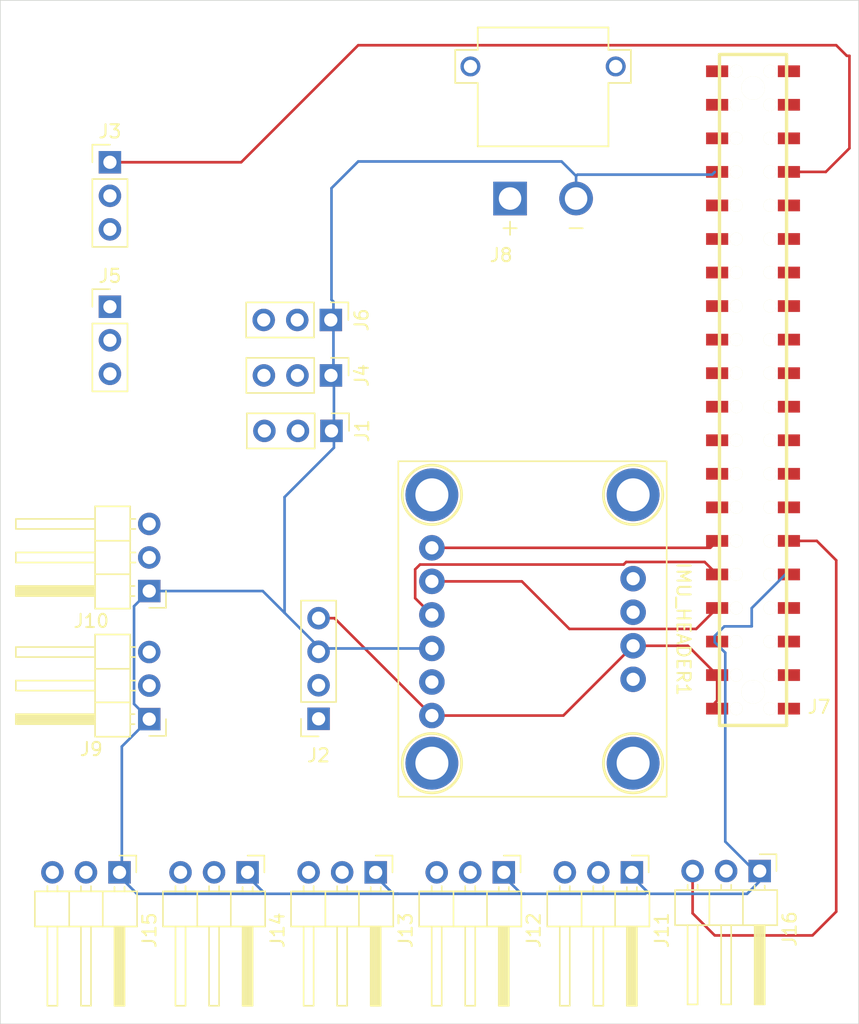
<source format=kicad_pcb>
(kicad_pcb (version 20240108) (generator "pcbnew") (generator_version "8.0")
  (layers (0 "F.Cu" signal) (31 "B.Cu" signal) (34 "B.Paste" user) (35 "F.Paste" user) (36 "B.SilkS" user "B.Silkscreen") (37 "F.SilkS" user "F.Silkscreen") (38 "B.Mask" user) (39 "F.Mask" user) (44 "Edge.Cuts" user))
  (net 0 "")
  (net 1 "/GND")
  (net 2 "/PWM2")
  (net 3 "/3.3VPWR")
  (net 4 "/SCL")
  (net 5 "/SDA")
  (net 6 "/PWR")
  (net 8 "/PWM1")
  (net 10 "/PWM3")
  (net 13 "/PWM0")
  (net 14 "/PWM4")
  (net 15 "/S119")
  (net 17 "/S221")
  (net 20 "/S323")
  (net 21 "/S431")
  (net 23 "/E37")
  (net 26 "/PIN5")
  (net 27 "/B36")
  (net 30 "/PIN17")
  (net 32 "/RST")
  (net 39 "/TX08")
  (net 43 "/RX10")
  (footprint "Connector_PinHeader_2.54mm:PinHeader_1x03_P2.54mm_Horizontal" (layer "F.Cu") (at 138.625 116.025 -90)
    (property "Reference" "J12" (at 4.385 -2.27 90) (layer "F.SilkS"))
    (property "Value" "Conn_01x03_Pin")
    (pad "1" thru_hole rect (at 0 0 270) (size 1.7 1.7) (drill 1) (layers "*.Cu" "*.Mask") (net 1 "/GND"))
    (pad "2" thru_hole oval (at 0 2.54 270) (size 1.7 1.7) (drill 1) (layers "*.Cu" "*.Mask"))
    (pad "3" thru_hole oval (at 0 5.08 270) (size 1.7 1.7) (drill 1) (layers "*.Cu" "*.Mask") (net 21 "/S431"))
  )
  (footprint "Connector_PinHeader_2.54mm:PinHeader_1x03_P2.54mm_Vertical" (layer "F.Cu") (at 108.8 73.2)
    (property "Reference" "J5" (at 0 -2.33 0) (layer "F.SilkS"))
    (property "Value" "Conn_01x03_Pin")
    (pad "1" thru_hole rect (at 0 0) (size 1.7 1.7) (drill 1) (layers "*.Cu" "*.Mask") (net 13 "/PWM0"))
    (pad "2" thru_hole oval (at 0 2.54) (size 1.7 1.7) (drill 1) (layers "*.Cu" "*.Mask"))
    (pad "3" thru_hole oval (at 0 5.08) (size 1.7 1.7) (drill 1) (layers "*.Cu" "*.Mask"))
  )
  (footprint "Connector_PinHeader_2.54mm:PinHeader_1x03_P2.54mm_Horizontal" (layer "F.Cu") (at 128.925 116.025 -90)
    (property "Reference" "J13" (at 4.385 -2.27 90) (layer "F.SilkS"))
    (property "Value" "Conn_01x03_Pin")
    (pad "1" thru_hole rect (at 0 0 270) (size 1.7 1.7) (drill 1) (layers "*.Cu" "*.Mask") (net 1 "/GND"))
    (pad "2" thru_hole oval (at 0 2.54 270) (size 1.7 1.7) (drill 1) (layers "*.Cu" "*.Mask"))
    (pad "3" thru_hole oval (at 0 5.08 270) (size 1.7 1.7) (drill 1) (layers "*.Cu" "*.Mask") (net 23 "/E37"))
  )
  (footprint "Connector_PinHeader_2.54mm:PinHeader_1x03_P2.54mm_Vertical" (layer "F.Cu") (at 108.8 62.26)
    (property "Reference" "J3" (at 0 -2.33 0) (layer "F.SilkS"))
    (property "Value" "Conn_01x03_Pin")
    (pad "1" thru_hole rect (at 0 0) (size 1.7 1.7) (drill 1) (layers "*.Cu" "*.Mask") (net 8 "/PWM1"))
    (pad "2" thru_hole oval (at 0 2.54) (size 1.7 1.7) (drill 1) (layers "*.Cu" "*.Mask"))
    (pad "3" thru_hole oval (at 0 5.08) (size 1.7 1.7) (drill 1) (layers "*.Cu" "*.Mask"))
  )
  (footprint "RPi_HatSamtec_HLE-120-02-XXX-DV-BE-XX-XX:Samtec_HLE-120-02-XXX-DV-BE-XX-XX" (layer "F.Cu") (at 157.5 79.5 180)
    (property "Reference" "J7" (at -5 -24 360) (layer "F.SilkS"))
    (property "Value" "RPi_GPIO")
    (pad "" np_thru_hole circle (at -1.27 -24.13 90) (size 0.9652 0.9652) (drill 0.9652) (layers "*.Cu" "*.Mask" "F.SilkS"))
    (pad "" np_thru_hole circle (at -1.27 -21.59 90) (size 0.9652 0.9652) (drill 0.9652) (layers "*.Cu" "*.Mask" "F.SilkS"))
    (pad "" np_thru_hole circle (at -1.27 -19.05 90) (size 0.9652 0.9652) (drill 0.9652) (layers "*.Cu" "*.Mask" "F.SilkS"))
    (pad "" np_thru_hole circle (at -1.27 -16.51 90) (size 0.9652 0.9652) (drill 0.9652) (layers "*.Cu" "*.Mask" "F.SilkS"))
    (pad "" np_thru_hole circle (at -1.27 -13.97 90) (size 0.9652 0.9652) (drill 0.9652) (layers "*.Cu" "*.Mask" "F.SilkS"))
    (pad "" np_thru_hole circle (at -1.27 -11.43 90) (size 0.9652 0.9652) (drill 0.9652) (layers "*.Cu" "*.Mask" "F.SilkS"))
    (pad "" np_thru_hole circle (at -1.27 -8.89 90) (size 0.9652 0.9652) (drill 0.9652) (layers "*.Cu" "*.Mask" "F.SilkS"))
    (pad "" np_thru_hole circle (at -1.27 -6.35 90) (size 0.9652 0.9652) (drill 0.9652) (layers "*.Cu" "*.Mask" "F.SilkS"))
    (pad "" np_thru_hole circle (at -1.27 -3.81 90) (size 0.9652 0.9652) (drill 0.9652) (layers "*.Cu" "*.Mask" "F.SilkS"))
    (pad "" np_thru_hole circle (at -1.27 -1.27 90) (size 0.9652 0.9652) (drill 0.9652) (layers "*.Cu" "*.Mask" "F.SilkS"))
    (pad "" np_thru_hole circle (at -1.27 1.27 90) (size 0.9652 0.9652) (drill 0.9652) (layers "*.Cu" "*.Mask" "F.SilkS"))
    (pad "" np_thru_hole circle (at -1.27 3.81 90) (size 0.9652 0.9652) (drill 0.9652) (layers "*.Cu" "*.Mask" "F.SilkS"))
    (pad "" np_thru_hole circle (at -1.27 6.35 90) (size 0.9652 0.9652) (drill 0.9652) (layers "*.Cu" "*.Mask" "F.SilkS"))
    (pad "" np_thru_hole circle (at -1.27 8.89 90) (size 0.9652 0.9652) (drill 0.9652) (layers "*.Cu" "*.Mask" "F.SilkS"))
    (pad "" np_thru_hole circle (at -1.27 11.43 90) (size 0.9652 0.9652) (drill 0.9652) (layers "*.Cu" "*.Mask" "F.SilkS"))
    (pad "" np_thru_hole circle (at -1.27 13.97 90) (size 0.9652 0.9652) (drill 0.9652) (layers "*.Cu" "*.Mask" "F.SilkS"))
    (pad "" np_thru_hole circle (at -1.27 16.51 90) (size 0.9652 0.9652) (drill 0.9652) (layers "*.Cu" "*.Mask" "F.SilkS"))
    (pad "" np_thru_hole circle (at -1.27 19.05 90) (size 0.9652 0.9652) (drill 0.9652) (layers "*.Cu" "*.Mask" "F.SilkS"))
    (pad "" np_thru_hole circle (at -1.27 21.59 90) (size 0.9652 0.9652) (drill 0.9652) (layers "*.Cu" "*.Mask" "F.SilkS"))
    (pad "" np_thru_hole circle (at -1.27 24.13 90) (size 0.9652 0.9652) (drill 0.9652) (layers "*.Cu" "*.Mask" "F.SilkS"))
    (pad "" np_thru_hole circle (at 0 -22.86 90) (size 1.778 1.778) (drill 1.778) (layers "*.Cu" "*.Mask" "F.SilkS"))
    (pad "" np_thru_hole circle (at 0 22.86 90) (size 1.778 1.778) (drill 1.778) (layers "*.Cu" "*.Mask" "F.SilkS"))
    (pad "" np_thru_hole circle (at 1.27 -24.13 90) (size 0.9652 0.9652) (drill 0.9652) (layers "*.Cu" "*.Mask" "F.SilkS"))
    (pad "" np_thru_hole circle (at 1.27 -21.59 90) (size 0.9652 0.9652) (drill 0.9652) (layers "*.Cu" "*.Mask" "F.SilkS"))
    (pad "" np_thru_hole circle (at 1.27 -19.05 90) (size 0.9652 0.9652) (drill 0.9652) (layers "*.Cu" "*.Mask" "F.SilkS"))
    (pad "" np_thru_hole circle (at 1.27 -16.51 90) (size 0.9652 0.9652) (drill 0.9652) (layers "*.Cu" "*.Mask" "F.SilkS"))
    (pad "" np_thru_hole circle (at 1.27 -13.97 90) (size 0.9652 0.9652) (drill 0.9652) (layers "*.Cu" "*.Mask" "F.SilkS"))
    (pad "" np_thru_hole circle (at 1.27 -11.43 90) (size 0.9652 0.9652) (drill 0.9652) (layers "*.Cu" "*.Mask" "F.SilkS"))
    (pad "" np_thru_hole circle (at 1.27 -8.89 90) (size 0.9652 0.9652) (drill 0.9652) (layers "*.Cu" "*.Mask" "F.SilkS"))
    (pad "" np_thru_hole circle (at 1.27 -6.35 90) (size 0.9652 0.9652) (drill 0.9652) (layers "*.Cu" "*.Mask" "F.SilkS"))
    (pad "" np_thru_hole circle (at 1.27 -3.81 90) (size 0.9652 0.9652) (drill 0.9652) (layers "*.Cu" "*.Mask" "F.SilkS"))
    (pad "" np_thru_hole circle (at 1.27 -1.27 90) (size 0.9652 0.9652) (drill 0.9652) (layers "*.Cu" "*.Mask" "F.SilkS"))
    (pad "" np_thru_hole circle (at 1.27 1.27 90) (size 0.9652 0.9652) (drill 0.9652) (layers "*.Cu" "*.Mask" "F.SilkS"))
    (pad "" np_thru_hole circle (at 1.27 3.81 90) (size 0.9652 0.9652) (drill 0.9652) (layers "*.Cu" "*.Mask" "F.SilkS"))
    (pad "" np_thru_hole circle (at 1.27 6.35 90) (size 0.9652 0.9652) (drill 0.9652) (layers "*.Cu" "*.Mask" "F.SilkS"))
    (pad "" np_thru_hole circle (at 1.27 8.89 90) (size 0.9652 0.9652) (drill 0.9652) (layers "*.Cu" "*.Mask" "F.SilkS"))
    (pad "" np_thru_hole circle (at 1.27 11.43 90) (size 0.9652 0.9652) (drill 0.9652) (layers "*.Cu" "*.Mask" "F.SilkS"))
    (pad "" np_thru_hole circle (at 1.27 13.97 90) (size 0.9652 0.9652) (drill 0.9652) (layers "*.Cu" "*.Mask" "F.SilkS"))
    (pad "" np_thru_hole circle (at 1.27 16.51 90) (size 0.9652 0.9652) (drill 0.9652) (layers "*.Cu" "*.Mask" "F.SilkS"))
    (pad "" np_thru_hole circle (at 1.27 19.05 90) (size 0.9652 0.9652) (drill 0.9652) (layers "*.Cu" "*.Mask" "F.SilkS"))
    (pad "" np_thru_hole circle (at 1.27 21.59 90) (size 0.9652 0.9652) (drill 0.9652) (layers "*.Cu" "*.Mask" "F.SilkS"))
    (pad "" np_thru_hole circle (at 1.27 24.13 90) (size 0.9652 0.9652) (drill 0.9652) (layers "*.Cu" "*.Mask" "F.SilkS"))
    (pad "1" smd rect (at -2.7178 -24.13 270) (size 0.889 1.6764) (layers "F.Cu" "F.Paste" "F.Mask") (net 3 "/3.3VPWR"))
    (pad "2" smd rect (at 2.7178 -24.13 270) (size 0.889 1.6764) (layers "F.Cu" "F.Paste" "F.Mask") (net 6 "/PWR"))
    (pad "3" smd rect (at -2.7178 -21.59 270) (size 0.889 1.6764) (layers "F.Cu" "F.Paste" "F.Mask") (net 5 "/SDA"))
    (pad "4" smd rect (at 2.7178 -21.59 270) (size 0.889 1.6764) (layers "F.Cu" "F.Paste" "F.Mask") (net 6 "/PWR"))
    (pad "5" smd rect (at -2.7178 -19.05 270) (size 0.889 1.6764) (layers "F.Cu" "F.Paste" "F.Mask") (net 4 "/SCL"))
    (pad "6" smd rect (at 2.7178 -19.05 270) (size 0.889 1.6764) (layers "F.Cu" "F.Paste" "F.Mask") (net 1 "/GND"))
    (pad "7" smd rect (at -2.7178 -16.51 270) (size 0.889 1.6764) (layers "F.Cu" "F.Paste" "F.Mask"))
    (pad "8" smd rect (at 2.7178 -16.51 270) (size 0.889 1.6764) (layers "F.Cu" "F.Paste" "F.Mask") (net 39 "/TX08"))
    (pad "9" smd rect (at -2.7178 -13.97 270) (size 0.889 1.6764) (layers "F.Cu" "F.Paste" "F.Mask") (net 1 "/GND"))
    (pad "10" smd rect (at 2.7178 -13.97 270) (size 0.889 1.6764) (layers "F.Cu" "F.Paste" "F.Mask") (net 43 "/RX10"))
    (pad "11" smd rect (at -2.7178 -11.43 270) (size 0.889 1.6764) (layers "F.Cu" "F.Paste" "F.Mask") (net 30 "/PIN17"))
    (pad "12" smd rect (at 2.7178 -11.43 270) (size 0.889 1.6764) (layers "F.Cu" "F.Paste" "F.Mask") (net 32 "/RST"))
    (pad "13" smd rect (at -2.7178 -8.89 270) (size 0.889 1.6764) (layers "F.Cu" "F.Paste" "F.Mask"))
    (pad "14" smd rect (at 2.7178 -8.89 270) (size 0.889 1.6764) (layers "F.Cu" "F.Paste" "F.Mask"))
    (pad "15" smd rect (at -2.7178 -6.35 270) (size 0.889 1.6764) (layers "F.Cu" "F.Paste" "F.Mask"))
    (pad "16" smd rect (at 2.7178 -6.35 270) (size 0.889 1.6764) (layers "F.Cu" "F.Paste" "F.Mask") (net 2 "/PWM2"))
    (pad "17" smd rect (at -2.7178 -3.81 270) (size 0.889 1.6764) (layers "F.Cu" "F.Paste" "F.Mask") (net 3 "/3.3VPWR"))
    (pad "18" smd rect (at 2.7178 -3.81 270) (size 0.889 1.6764) (layers "F.Cu" "F.Paste" "F.Mask") (net 10 "/PWM3"))
    (pad "19" smd rect (at -2.7178 -1.27 270) (size 0.889 1.6764) (layers "F.Cu" "F.Paste" "F.Mask") (net 15 "/S119"))
    (pad "20" smd rect (at 2.7178 -1.27 270) (size 0.889 1.6764) (layers "F.Cu" "F.Paste" "F.Mask"))
    (pad "21" smd rect (at -2.7178 1.27 270) (size 0.889 1.6764) (layers "F.Cu" "F.Paste" "F.Mask") (net 17 "/S221"))
    (pad "22" smd rect (at 2.7178 1.27 270) (size 0.889 1.6764) (layers "F.Cu" "F.Paste" "F.Mask") (net 14 "/PWM4"))
    (pad "23" smd rect (at -2.7178 3.81 270) (size 0.889 1.6764) (layers "F.Cu" "F.Paste" "F.Mask") (net 20 "/S323"))
    (pad "24" smd rect (at 2.7178 3.81 270) (size 0.889 1.6764) (layers "F.Cu" "F.Paste" "F.Mask"))
    (pad "25" smd rect (at -2.7178 6.35 270) (size 0.889 1.6764) (layers "F.Cu" "F.Paste" "F.Mask"))
    (pad "26" smd rect (at 2.7178 6.35 270) (size 0.889 1.6764) (layers "F.Cu" "F.Paste" "F.Mask"))
    (pad "27" smd rect (at -2.7178 8.89 270) (size 0.889 1.6764) (layers "F.Cu" "F.Paste" "F.Mask"))
    (pad "28" smd rect (at 2.7178 8.89 270) (size 0.889 1.6764) (layers "F.Cu" "F.Paste" "F.Mask"))
    (pad "29" smd rect (at -2.7178 11.43 270) (size 0.889 1.6764) (layers "F.Cu" "F.Paste" "F.Mask") (net 26 "/PIN5"))
    (pad "30" smd rect (at 2.7178 11.43 270) (size 0.889 1.6764) (layers "F.Cu" "F.Paste" "F.Mask"))
    (pad "31" smd rect (at -2.7178 13.97 270) (size 0.889 1.6764) (layers "F.Cu" "F.Paste" "F.Mask") (net 21 "/S431"))
    (pad "32" smd rect (at 2.7178 13.97 270) (size 0.889 1.6764) (layers "F.Cu" "F.Paste" "F.Mask") (net 13 "/PWM0"))
    (pad "33" smd rect (at -2.7178 16.51 270) (size 0.889 1.6764) (layers "F.Cu" "F.Paste" "F.Mask") (net 8 "/PWM1"))
    (pad "34" smd rect (at 2.7178 16.51 270) (size 0.889 1.6764) (layers "F.Cu" "F.Paste" "F.Mask") (net 1 "/GND"))
    (pad "35" smd rect (at -2.7178 19.05 270) (size 0.889 1.6764) (layers "F.Cu" "F.Paste" "F.Mask"))
    (pad "36" smd rect (at 2.7178 19.05 270) (size 0.889 1.6764) (layers "F.Cu" "F.Paste" "F.Mask") (net 27 "/B36"))
    (pad "37" smd rect (at -2.7178 21.59 270) (size 0.889 1.6764) (layers "F.Cu" "F.Paste" "F.Mask") (net 23 "/E37"))
    (pad "38" smd rect (at 2.7178 21.59 270) (size 0.889 1.6764) (layers "F.Cu" "F.Paste" "F.Mask"))
    (pad "39" smd rect (at -2.7178 24.13 270) (size 0.889 1.6764) (layers "F.Cu" "F.Paste" "F.Mask"))
    (pad "40" smd rect (at 2.7178 24.13 270) (size 0.889 1.6764) (layers "F.Cu" "F.Paste" "F.Mask"))
  )
  (footprint "Connector_PinHeader_2.54mm:PinHeader_1x03_P2.54mm_Horizontal" (layer "F.Cu") (at 111.775 94.725 180)
    (property "Reference" "J10" (at 4.385 -2.27 0) (layer "F.SilkS"))
    (property "Value" "Conn_01x03_Pin")
    (pad "1" thru_hole rect (at 0 0 180) (size 1.7 1.7) (drill 1) (layers "*.Cu" "*.Mask") (net 1 "/GND"))
    (pad "2" thru_hole oval (at 0 2.54 180) (size 1.7 1.7) (drill 1) (layers "*.Cu" "*.Mask"))
    (pad "3" thru_hole oval (at 0 5.08 180) (size 1.7 1.7) (drill 1) (layers "*.Cu" "*.Mask") (net 17 "/S221"))
  )
  (footprint "Connector_PinHeader_2.54mm:PinHeader_1x03_P2.54mm_Vertical" (layer "F.Cu") (at 125.54 78.4 -90)
    (property "Reference" "J4" (at 0 -2.33 90) (layer "F.SilkS"))
    (property "Value" "Conn_01x03_Pin")
    (pad "1" thru_hole rect (at 0 0 270) (size 1.7 1.7) (drill 1) (layers "*.Cu" "*.Mask") (net 1 "/GND"))
    (pad "2" thru_hole oval (at 0 2.54 270) (size 1.7 1.7) (drill 1) (layers "*.Cu" "*.Mask") (net 3 "/3.3VPWR"))
    (pad "3" thru_hole oval (at 0 5.08 270) (size 1.7 1.7) (drill 1) (layers "*.Cu" "*.Mask") (net 10 "/PWM3"))
  )
  (footprint "Connector_PinHeader_2.54mm:PinHeader_1x03_P2.54mm_Horizontal" (layer "F.Cu") (at 148.325 116.025 -90)
    (property "Reference" "J11" (at 4.385 -2.27 90) (layer "F.SilkS"))
    (property "Value" "Conn_01x03_Pin")
    (pad "1" thru_hole rect (at 0 0 270) (size 1.7 1.7) (drill 1) (layers "*.Cu" "*.Mask") (net 1 "/GND"))
    (pad "2" thru_hole oval (at 0 2.54 270) (size 1.7 1.7) (drill 1) (layers "*.Cu" "*.Mask"))
    (pad "3" thru_hole oval (at 0 5.08 270) (size 1.7 1.7) (drill 1) (layers "*.Cu" "*.Mask") (net 20 "/S323"))
  )
  (footprint "Connector_PinSocket_2.54mm:PinSocket_1x04_P2.54mm_Vertical" (layer "F.Cu") (at 124.6 104.4 180)
    (property "Reference" "J2" (at 0 -2.77 0) (layer "F.SilkS"))
    (property "Value" "Conn_01x04_Pin")
    (pad "1" thru_hole rect (at 0 0 180) (size 1.7 1.7) (drill 1) (layers "*.Cu" "*.Mask") (net 1 "/GND"))
    (pad "2" thru_hole oval (at 0 2.54 180) (size 1.7 1.7) (drill 1) (layers "*.Cu" "*.Mask") (net 5 "/SDA"))
    (pad "3" thru_hole oval (at 0 5.08 180) (size 1.7 1.7) (drill 1) (layers "*.Cu" "*.Mask") (net 4 "/SCL"))
    (pad "4" thru_hole oval (at 0 7.62 180) (size 1.7 1.7) (drill 1) (layers "*.Cu" "*.Mask") (net 6 "/PWR"))
  )
  (footprint "Connector_PinHeader_2.54mm:PinHeader_1x03_P2.54mm_Horizontal" (layer "F.Cu") (at 111.775 104.425 180)
    (property "Reference" "J9" (at 4.385 -2.27 0) (layer "F.SilkS"))
    (property "Value" "Conn_01x03_Pin")
    (pad "1" thru_hole rect (at 0 0 180) (size 1.7 1.7) (drill 1) (layers "*.Cu" "*.Mask") (net 1 "/GND"))
    (pad "2" thru_hole oval (at 0 2.54 180) (size 1.7 1.7) (drill 1) (layers "*.Cu" "*.Mask"))
    (pad "3" thru_hole oval (at 0 5.08 180) (size 1.7 1.7) (drill 1) (layers "*.Cu" "*.Mask") (net 15 "/S119"))
  )
  (footprint "Connector_PinHeader_2.54mm:PinHeader_1x03_P2.54mm_Vertical" (layer "F.Cu") (at 125.525 74.2 -90)
    (property "Reference" "J6" (at 0 -2.33 90) (layer "F.SilkS"))
    (property "Value" "Conn_01x03_Pin")
    (pad "1" thru_hole rect (at 0 0 270) (size 1.7 1.7) (drill 1) (layers "*.Cu" "*.Mask") (net 1 "/GND"))
    (pad "2" thru_hole oval (at 0 2.54 270) (size 1.7 1.7) (drill 1) (layers "*.Cu" "*.Mask") (net 3 "/3.3VPWR"))
    (pad "3" thru_hole oval (at 0 5.08 270) (size 1.7 1.7) (drill 1) (layers "*.Cu" "*.Mask") (net 14 "/PWM4"))
  )
  (footprint "Connector_PinHeader_2.54mm:PinHeader_1x03_P2.54mm_Horizontal" (layer "F.Cu") (at 109.525 116.025 -90)
    (property "Reference" "J15" (at 4.385 -2.27 90) (layer "F.SilkS"))
    (property "Value" "Conn_01x03_Pin")
    (pad "1" thru_hole rect (at 0 0 270) (size 1.7 1.7) (drill 1) (layers "*.Cu" "*.Mask") (net 1 "/GND"))
    (pad "2" thru_hole oval (at 0 2.54 270) (size 1.7 1.7) (drill 1) (layers "*.Cu" "*.Mask"))
    (pad "3" thru_hole oval (at 0 5.08 270) (size 1.7 1.7) (drill 1) (layers "*.Cu" "*.Mask") (net 27 "/B36"))
  )
  (footprint "Connector_PinHeader_2.54mm:PinHeader_1x03_P2.54mm_Horizontal" (layer "F.Cu") (at 119.225 116.025 -90)
    (property "Reference" "J14" (at 4.385 -2.27 90) (layer "F.SilkS"))
    (property "Value" "Conn_01x03_Pin")
    (pad "1" thru_hole rect (at 0 0 270) (size 1.7 1.7) (drill 1) (layers "*.Cu" "*.Mask") (net 1 "/GND"))
    (pad "2" thru_hole oval (at 0 2.54 270) (size 1.7 1.7) (drill 1) (layers "*.Cu" "*.Mask"))
    (pad "3" thru_hole oval (at 0 5.08 270) (size 1.7 1.7) (drill 1) (layers "*.Cu" "*.Mask") (net 26 "/PIN5"))
  )
  (footprint "Connector_PinHeader_2.54mm:PinHeader_1x03_P2.54mm_Vertical" (layer "F.Cu") (at 125.5775 82.6 -90)
    (property "Reference" "J1" (at 0 -2.33 90) (layer "F.SilkS"))
    (property "Value" "Conn_01x03_Pin")
    (pad "1" thru_hole rect (at 0 0 270) (size 1.7 1.7) (drill 1) (layers "*.Cu" "*.Mask") (net 1 "/GND"))
    (pad "2" thru_hole oval (at 0 2.54 270) (size 1.7 1.7) (drill 1) (layers "*.Cu" "*.Mask") (net 3 "/3.3VPWR"))
    (pad "3" thru_hole oval (at 0 5.08 270) (size 1.7 1.7) (drill 1) (layers "*.Cu" "*.Mask") (net 2 "/PWM2"))
  )
  (footprint "XT30PW-M:AMASS_XT30PW-M" (layer "F.Cu") (at 141.6 55.00575)
    (property "Reference" "J8" (at -3.175 14.2875 0) (layer "F.SilkS"))
    (property "Value" "XT30PW-M")
    (pad "N" thru_hole circle (at 2.5 10) (size 2.55 2.55) (drill 1.7) (layers "*.Cu" "*.Mask") (net 1 "/GND"))
    (pad "P" thru_hole rect (at -2.5 10) (size 2.55 2.55) (drill 1.7) (layers "*.Cu" "*.Mask") (net 6 "/PWR"))
    (pad "S1" thru_hole circle (at 5.5 0) (size 1.508 1.508) (drill 1) (layers "*.Cu" "*.Mask"))
    (pad "S2" thru_hole circle (at -5.5 0) (size 1.508 1.508) (drill 1) (layers "*.Cu" "*.Mask"))
  )
  (footprint "Adafruit BNO055:Adafruit_BPO055" (layer "F.Cu") (at 140.8 97.6 -90)
    (property "Reference" "IMU_HEADER1" (at 0 -11.43 -90) (layer "F.SilkS"))
    (property "Value" "HEADER-1X6")
    (pad "1" thru_hole circle (at -6.1468 7.62) (size 1.9304 1.9304) (drill 1) (layers "*.Cu" "*.Mask") (net 32 "/RST"))
    (pad "1" thru_hole circle (at -3.81 -7.62) (size 1.9304 1.9304) (drill 1) (layers "*.Cu" "*.Mask"))
    (pad "2" thru_hole circle (at -3.6068 7.62) (size 1.9304 1.9304) (drill 1) (layers "*.Cu" "*.Mask") (net 39 "/TX08"))
    (pad "2" thru_hole circle (at -1.27 -7.62) (size 1.9304 1.9304) (drill 1) (layers "*.Cu" "*.Mask"))
    (pad "3" thru_hole circle (at -1.0668 7.62) (size 1.9304 1.9304) (drill 1) (layers "*.Cu" "*.Mask") (net 43 "/RX10"))
    (pad "3" thru_hole circle (at 1.27 -7.62) (size 1.9304 1.9304) (drill 1) (layers "*.Cu" "*.Mask") (net 6 "/PWR"))
    (pad "4" thru_hole circle (at 1.4732 7.62) (size 1.9304 1.9304) (drill 1) (layers "*.Cu" "*.Mask") (net 1 "/GND"))
    (pad "4" thru_hole circle (at 3.81 -7.62) (size 1.9304 1.9304) (drill 1) (layers "*.Cu" "*.Mask"))
    (pad "5" thru_hole circle (at 4.0132 7.62) (size 1.9304 1.9304) (drill 1) (layers "*.Cu" "*.Mask"))
    (pad "6" thru_hole circle (at 6.5532 7.62) (size 1.9304 1.9304) (drill 1) (layers "*.Cu" "*.Mask") (net 6 "/PWR"))
    (pad "M1" thru_hole circle (at -10.16 7.62 270) (size 4 4) (drill 2.5) (layers "*.Cu" "*.Mask"))
    (pad "M2" thru_hole circle (at -10.16 -7.62 270) (size 4 4) (drill 2.5) (layers "*.Cu" "*.Mask"))
    (pad "M3" thru_hole circle (at 10.16 -7.62 270) (size 4 4) (drill 2.5) (layers "*.Cu" "*.Mask"))
    (pad "M4" thru_hole circle (at 10.16 7.62 270) (size 4 4) (drill 2.5) (layers "*.Cu" "*.Mask"))
  )
  (footprint "Connector_PinHeader_2.54mm:PinHeader_1x03_P2.54mm_Horizontal" (layer "F.Cu") (at 158.005 115.925 -90)
    (property "Reference" "J16" (at 4.385 -2.27 90) (layer "F.SilkS"))
    (property "Value" "Conn_01x03_Pin")
    (pad "1" thru_hole rect (at 0 0 270) (size 1.7 1.7) (drill 1) (layers "*.Cu" "*.Mask") (net 1 "/GND"))
    (pad "2" thru_hole oval (at 0 2.54 270) (size 1.7 1.7) (drill 1) (layers "*.Cu" "*.Mask"))
    (pad "3" thru_hole oval (at 0 5.08 270) (size 1.7 1.7) (drill 1) (layers "*.Cu" "*.Mask") (net 30 "/PIN17"))
  )
  (gr_rect (start 100.5 50) (end 165.5 127.5) (stroke (width 0.05)) (fill none) (layer "Edge.Cuts"))
  (segment (start 154.4026 63.1974) (end 154.6 63) (width 0.2) (layer "B.Cu") (net 1))
  (segment (start 140.2 117.65) (end 149.35 117.65) (width 0.2) (layer "B.Cu") (net 1))
  (segment (start 157.05 117.65) (end 158.2 116.5) (width 0.2) (layer "B.Cu") (net 1))
  (segment (start 127.6 62.2) (end 143 62.2) (width 0.2) (layer "B.Cu") (net 1))
  (segment (start 155.327726 97.4) (end 157.4 97.4) (width 0.2) (layer "B.Cu") (net 1))
  (segment (start 125.5775 64.2225) (end 127.6 62.2) (width 0.2) (layer "B.Cu") (net 1))
  (segment (start 139.95 117.65) (end 140.2 117.65) (width 0.2) (layer "B.Cu") (net 1))
  (segment (start 155.3974 99.3974) (end 154.6 98.6) (width 0.2) (layer "B.Cu") (net 1))
  (segment (start 125.725 72.82) (end 125.5775 72.6725) (width 0.2) (layer "B.Cu") (net 1))
  (segment (start 144.1 63.3) (end 144.1 65.00575) (width 0.2) (layer "B.Cu") (net 1))
  (segment (start 155.3974 113.6974) (end 155.3974 99.3974) (width 0.2) (layer "B.Cu") (net 1))
  (segment (start 109.7 106.5) (end 111.775 104.425) (width 0.2) (layer "B.Cu") (net 1))
  (segment (start 111.775 104.425) (end 110.625 103.275) (width 0.2) (layer "B.Cu") (net 1))
  (segment (start 125.7625 78.2375) (end 125.725 78.2) (width 0.2) (layer "B.Cu") (net 1))
  (segment (start 138.8 116.5) (end 139.95 117.65) (width 0.2) (layer "B.Cu") (net 1))
  (segment (start 157.4 97.4) (end 157.4 96.017474) (width 0.2) (layer "B.Cu") (net 1))
  (segment (start 122.025 96.38) (end 122.025 87.61) (width 0.2) (layer "B.Cu") (net 1))
  (segment (start 148.5 116.5) (end 149.5 117.5) (width 0.2) (layer "B.Cu") (net 1))
  (segment (start 110.625 95.875) (end 111.775 94.725) (width 0.2) (layer "B.Cu") (net 1))
  (segment (start 149.35 117.65) (end 149.5 117.5) (width 0.2) (layer "B.Cu") (net 1))
  (segment (start 119.4 116.5) (end 120.55 117.65) (width 0.2) (layer "B.Cu") (net 1))
  (segment (start 122.025 87.61) (end 125.7625 83.8725) (width 0.2) (layer "B.Cu") (net 1))
  (segment (start 109.7 116.5) (end 109.7 106.5) (width 0.2) (layer "B.Cu") (net 1))
  (segment (start 120.55 117.65) (end 130.6 117.65) (width 0.2) (layer "B.Cu") (net 1))
  (segment (start 109.7 116.5) (end 110.85 117.65) (width 0.2) (layer "B.Cu") (net 1))
  (segment (start 110.85 117.65) (end 120.55 117.65) (width 0.2) (layer "B.Cu") (net 1))
  (segment (start 158.2 116.5) (end 155.3974 113.6974) (width 0.2) (layer "B.Cu") (net 1))
  (segment (start 125.7625 83.8725) (end 125.7625 78.2375) (width 0.2) (layer "B.Cu") (net 1))
  (segment (start 125.725 78.2) (end 125.725 72.82) (width 0.2) (layer "B.Cu") (net 1))
  (segment (start 129.1 116.5) (end 130.25 117.65) (width 0.2) (layer "B.Cu") (net 1))
  (segment (start 154.6 98.127726) (end 155.327726 97.4) (width 0.2) (layer "B.Cu") (net 1))
  (segment (start 144.1 63.3) (end 144.2026 63.1974) (width 0.2) (layer "B.Cu") (net 1))
  (segment (start 111.775 94.725) (end 120.37 94.725) (width 0.2) (layer "B.Cu") (net 1))
  (segment (start 149.65 117.65) (end 157.05 117.65) (width 0.2) (layer "B.Cu") (net 1))
  (segment (start 160 93.417474) (end 160 93.4) (width 0.2) (layer "B.Cu") (net 1))
  (segment (start 133.18 99.0732) (end 124.7182 99.0732) (width 0.2) (layer "B.Cu") (net 1))
  (segment (start 154.6 98.6) (end 154.6 98.127726) (width 0.2) (layer "B.Cu") (net 1))
  (segment (start 144.2026 63.1974) (end 154.4026 63.1974) (width 0.2) (layer "B.Cu") (net 1))
  (segment (start 143 62.2) (end 144.1 63.3) (width 0.2) (layer "B.Cu") (net 1))
  (segment (start 130.6 117.65) (end 140.2 117.65) (width 0.2) (layer "B.Cu") (net 1))
  (segment (start 120.37 94.725) (end 122.025 96.38) (width 0.2) (layer "B.Cu") (net 1))
  (segment (start 130.25 117.65) (end 130.6 117.65) (width 0.2) (layer "B.Cu") (net 1))
  (segment (start 125.5775 72.6725) (end 125.5775 64.2225) (width 0.2) (layer "B.Cu") (net 1))
  (segment (start 157.4 96.017474) (end 160 93.417474) (width 0.2) (layer "B.Cu") (net 1))
  (segment (start 124.7182 99.0732) (end 122.025 96.38) (width 0.2) (layer "B.Cu") (net 1))
  (segment (start 149.5 117.5) (end 149.65 117.65) (width 0.2) (layer "B.Cu") (net 1))
  (segment (start 110.625 103.275) (end 110.625 95.875) (width 0.2) (layer "B.Cu") (net 1))
  (segment (start 148.42 98.87) (end 152.5622 98.87) (width 0.2) (layer "F.Cu") (net 6))
  (segment (start 154.611263 103.188737) (end 154.7822 103.359674) (width 0.2) (layer "F.Cu") (net 6))
  (segment (start 152.5622 98.87) (end 154.7822 101.09) (width 0.2) (layer "F.Cu") (net 6))
  (segment (start 154.7822 103.0178) (end 154.7822 101.09) (width 0.2) (layer "F.Cu") (net 6))
  (segment (start 133.18 104.1532) (end 143.1368 104.1532) (width 0.2) (layer "F.Cu") (net 6))
  (segment (start 143.1368 104.1532) (end 148.42 98.87) (width 0.2) (layer "F.Cu") (net 6))
  (segment (start 124.6 96.78) (end 125.8068 96.78) (width 0.2) (layer "F.Cu") (net 6))
  (segment (start 154.611263 103.188737) (end 154.7822 103.0178) (width 0.2) (layer "F.Cu") (net 6))
  (segment (start 154.7822 103.359674) (end 154.7822 103.63) (width 0.2) (layer "F.Cu") (net 6))
  (segment (start 125.8068 96.78) (end 133.18 104.1532) (width 0.2) (layer "F.Cu") (net 6))
  (segment (start 108.8 62.26) (end 118.74 62.26) (width 0.2) (layer "F.Cu") (net 8))
  (segment (start 164.6 54.2) (end 164.8 54.2) (width 0.2) (layer "F.Cu") (net 8))
  (segment (start 162.99 62.99) (end 160.2178 62.99) (width 0.2) (layer "F.Cu") (net 8))
  (segment (start 127.6 53.4) (end 163.8 53.4) (width 0.2) (layer "F.Cu") (net 8))
  (segment (start 164.8 61.2) (end 163 63) (width 0.2) (layer "F.Cu") (net 8))
  (segment (start 118.74 62.26) (end 127.6 53.4) (width 0.2) (layer "F.Cu") (net 8))
  (segment (start 164.8 54.2) (end 164.8 61.2) (width 0.2) (layer "F.Cu") (net 8))
  (segment (start 163 63) (end 162.99 62.99) (width 0.2) (layer "F.Cu") (net 8))
  (segment (start 163.8 53.4) (end 164.6 54.2) (width 0.2) (layer "F.Cu") (net 8))
  (segment (start 163.8 119) (end 163.8 92.4) (width 0.2) (layer "F.Cu") (net 30))
  (segment (start 152.925 119.125) (end 154.6 120.8) (width 0.2) (layer "F.Cu") (net 30))
  (segment (start 154.6 120.8) (end 162 120.8) (width 0.2) (layer "F.Cu") (net 30))
  (segment (start 152.925 115.925) (end 152.925 119.125) (width 0.2) (layer "F.Cu") (net 30))
  (segment (start 163.8 92.4) (end 162.33 90.93) (width 0.2) (layer "F.Cu") (net 30))
  (segment (start 162 120.8) (end 163.8 119) (width 0.2) (layer "F.Cu") (net 30))
  (segment (start 162.33 90.93) (end 160.2178 90.93) (width 0.2) (layer "F.Cu") (net 30))
  (segment (start 154.259 91.4532) (end 154.7822 90.93) (width 0.2) (layer "F.Cu") (net 32))
  (segment (start 133.18 91.4532) (end 154.259 91.4532) (width 0.2) (layer "F.Cu") (net 32))
  (segment (start 153.197 97.5952) (end 154.7822 96.01) (width 0.2) (layer "F.Cu") (net 39))
  (segment (start 139.9932 93.9932) (end 143.5952 97.5952) (width 0.2) (layer "F.Cu") (net 39))
  (segment (start 143.5952 97.5952) (end 153.197 97.5952) (width 0.2) (layer "F.Cu") (net 39))
  (segment (start 133.18 93.9932) (end 139.9932 93.9932) (width 0.2) (layer "F.Cu") (net 39))
  (segment (start 133.18 96.5332) (end 131.9148 95.268) (width 0.2) (layer "F.Cu") (net 43))
  (segment (start 132.2816 92.7184) (end 147.702337 92.7184) (width 0.2) (layer "F.Cu") (net 43))
  (segment (start 153.837 92.5248) (end 154.7822 93.47) (width 0.2) (layer "F.Cu") (net 43))
  (segment (start 131.9148 95.268) (end 131.9148 93.0852) (width 0.2) (layer "F.Cu") (net 43))
  (segment (start 147.895937 92.5248) (end 153.837 92.5248) (width 0.2) (layer "F.Cu") (net 43))
  (segment (start 131.9148 93.0852) (end 132.2816 92.7184) (width 0.2) (layer "F.Cu") (net 43))
  (segment (start 147.702337 92.7184) (end 147.895937 92.5248) (width 0.2) (layer "F.Cu") (net 43))
)
</source>
